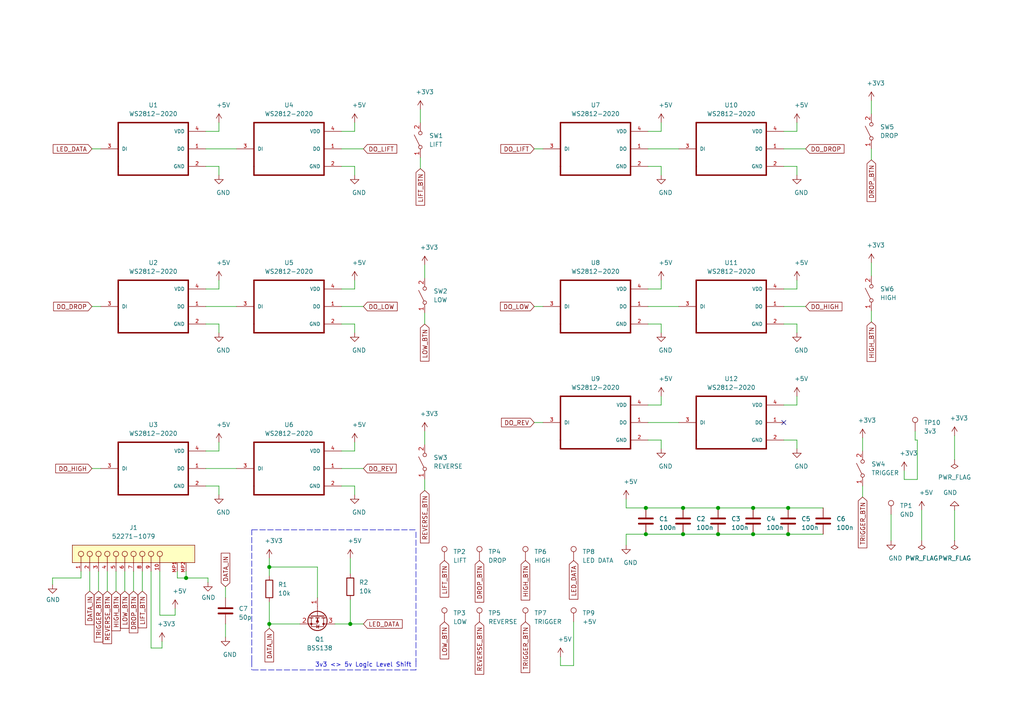
<source format=kicad_sch>
(kicad_sch (version 20210406) (generator eeschema)
  (paper "A4")
  (lib_symbols
    (symbol "Connector:TestPoint" (pin_numbers hide) (pin_names (offset 0.762) hide)
      (property "Reference" "TP" (at 0 6.858 0))
      (property "Value" "TestPoint" (at 0 5.08 0))
      (symbol "TestPoint_0_1"
        (circle (center 0 3.302) (radius 0.762))
      )
      (symbol "TestPoint_1_1"
        (pin passive line (at 0 0 90) (length 2.54) (name "1") (number "1"))
      )
    )
    (symbol "Device:C" (pin_numbers hide) (pin_names (offset 0.254))
      (property "Reference" "C" (at 0.635 2.54 0))
      (property "Value" "C" (at 0.635 -2.54 0))
      (symbol "C_0_1"
        (polyline (pts (xy -2.032 -0.762) (xy 2.032 -0.762)) (stroke (width 0.508)))
        (polyline (pts (xy -2.032 0.762) (xy 2.032 0.762)) (stroke (width 0.508)))
      )
      (symbol "C_1_1"
        (pin passive line (at 0 3.81 270) (length 2.794) (name "~") (number "1"))
        (pin passive line (at 0 -3.81 90) (length 2.794) (name "~") (number "2"))
      )
    )
    (symbol "Device:R" (pin_numbers hide) (pin_names (offset 0))
      (property "Reference" "R" (at 2.032 0 90))
      (property "Value" "R" (at 0 0 90))
      (symbol "R_0_1"
        (rectangle (start -1.016 -2.54) (end 1.016 2.54) (stroke (width 0.254)))
      )
      (symbol "R_1_1"
        (pin passive line (at 0 3.81 270) (length 1.27) (name "~") (number "1"))
        (pin passive line (at 0 -3.81 90) (length 1.27) (name "~") (number "2"))
      )
    )
    (symbol "MOLEX 10 Pin 1mm FFC con:52271-1079" (pin_names (offset 0))
      (property "Reference" "J" (at 0 12.7 0))
      (property "Value" "52271-1079" (at 0 15.24 0))
      (symbol "52271-1079_1_1"
        (circle (center 0 7.62) (radius 0.762))
        (circle (center 2.54 7.62) (radius 0.762))
        (circle (center 5.08 7.62) (radius 0.762))
        (circle (center 7.62 7.62) (radius 0.762))
        (circle (center 10.16 7.62) (radius 0.762))
        (circle (center 12.7 7.62) (radius 0.762))
        (circle (center 15.24 7.62) (radius 0.762))
        (circle (center 17.78 7.62) (radius 0.762))
        (circle (center 20.32 7.62) (radius 0.762))
        (circle (center 22.86 7.62) (radius 0.762))
        (rectangle (start -2.54 10.16) (end 33.02 5.08) (fill (type background)))
        (polyline (pts (xy 0 5.08) (xy 0 6.858)))
        (polyline (pts (xy 2.54 5.08) (xy 2.54 6.858)))
        (polyline (pts (xy 5.08 5.08) (xy 5.08 6.858)))
        (polyline (pts (xy 7.62 5.08) (xy 7.62 6.858)))
        (polyline (pts (xy 10.16 5.08) (xy 10.16 6.858)))
        (polyline (pts (xy 12.7 5.08) (xy 12.7 6.858)))
        (polyline (pts (xy 15.24 5.08) (xy 15.24 6.858)))
        (polyline (pts (xy 17.78 5.08) (xy 17.78 6.858)))
        (polyline (pts (xy 20.32 5.08) (xy 20.32 6.858)))
        (polyline (pts (xy 22.86 5.08) (xy 22.86 6.858)))
        (pin passive line (at 0 2.54 90) (length 2.54) (name "1") (number "1"))
        (pin passive line (at 22.86 2.54 90) (length 2.54) (name "10") (number "10"))
        (pin passive line (at 2.54 2.54 90) (length 2.54) (name "2") (number "2"))
        (pin passive line (at 5.08 2.54 90) (length 2.54) (name "3") (number "3"))
        (pin passive line (at 7.62 2.54 90) (length 2.54) (name "4") (number "4"))
        (pin passive line (at 10.16 2.54 90) (length 2.54) (name "5") (number "5"))
        (pin passive line (at 12.7 2.54 90) (length 2.54) (name "6") (number "6"))
        (pin passive line (at 15.24 2.54 90) (length 2.54) (name "7") (number "7"))
        (pin passive line (at 17.78 2.54 90) (length 2.54) (name "8") (number "8"))
        (pin passive line (at 20.32 2.54 90) (length 2.54) (name "9") (number "9"))
        (pin passive line (at 27.94 2.54 90) (length 2.54) (name "MP1") (number "MP1"))
        (pin passive line (at 30.48 2.54 90) (length 2.54) (name "MP2") (number "MP2"))
      )
    )
    (symbol "Switch:SW_SPST" (pin_names (offset 0) hide)
      (property "Reference" "SW" (at 0 3.175 0))
      (property "Value" "SW_SPST" (at 0 -2.54 0))
      (symbol "SW_SPST_0_0"
        (circle (center -2.032 0) (radius 0.508))
        (circle (center 2.032 0) (radius 0.508))
        (polyline (pts (xy -1.524 0.254) (xy 1.524 1.778)))
      )
      (symbol "SW_SPST_1_1"
        (pin passive line (at -5.08 0 0) (length 2.54) (name "A") (number "1"))
        (pin passive line (at 5.08 0 180) (length 2.54) (name "B") (number "2"))
      )
    )
    (symbol "Transistor_FET:BSS138" (pin_names hide)
      (property "Reference" "Q" (at 5.08 1.905 0))
      (property "Value" "BSS138" (at 5.08 0 0))
      (symbol "BSS138_0_1"
        (circle (center 1.651 0) (radius 2.794) (stroke (width 0.254)))
        (circle (center 2.54 -1.778) (radius 0.254) (fill (type outline)))
        (circle (center 2.54 1.778) (radius 0.254) (fill (type outline)))
        (polyline (pts (xy 0.254 0) (xy -2.54 0)))
        (polyline (pts (xy 0.254 1.905) (xy 0.254 -1.905)) (stroke (width 0.254)))
        (polyline (pts (xy 0.762 -1.27) (xy 0.762 -2.286)) (stroke (width 0.254)))
        (polyline (pts (xy 0.762 0.508) (xy 0.762 -0.508)) (stroke (width 0.254)))
        (polyline (pts (xy 0.762 2.286) (xy 0.762 1.27)) (stroke (width 0.254)))
        (polyline (pts (xy 2.54 2.54) (xy 2.54 1.778)))
        (polyline (pts (xy 2.54 -2.54) (xy 2.54 0) (xy 0.762 0)))
        (polyline (pts (xy 0.762 -1.778) (xy 3.302 -1.778) (xy 3.302 1.778) (xy 0.762 1.778)))
        (polyline (pts (xy 2.794 0.508) (xy 2.921 0.381) (xy 3.683 0.381) (xy 3.81 0.254)))
        (polyline (pts (xy 3.302 0.381) (xy 2.921 -0.254) (xy 3.683 -0.254) (xy 3.302 0.381)))
        (polyline (pts (xy 1.016 0) (xy 2.032 0.381) (xy 2.032 -0.381) (xy 1.016 0)) (fill (type outline)))
      )
      (symbol "BSS138_1_1"
        (pin input line (at -5.08 0 0) (length 2.54) (name "G") (number "1"))
        (pin passive line (at 2.54 -5.08 90) (length 2.54) (name "S") (number "2"))
        (pin passive line (at 2.54 5.08 270) (length 2.54) (name "D") (number "3"))
      )
    )
    (symbol "WS2812-2020:WS2812-2020" (pin_names (offset 1.016))
      (property "Reference" "U" (at -10.1854 7.6454 0))
      (property "Value" "WS2812-2020" (at -10.1854 -10.1854 0))
      (symbol "WS2812-2020_0_0"
        (polyline (pts (xy -10.16 -7.62) (xy -10.16 -5.08)) (stroke (width 0.4064)))
        (polyline (pts (xy -10.16 -5.08) (xy -10.16 7.62)) (stroke (width 0.4064)))
        (polyline (pts (xy -10.16 7.62) (xy 10.16 7.62)) (stroke (width 0.4064)))
        (polyline (pts (xy 10.16 -7.62) (xy -10.16 -7.62)) (stroke (width 0.4064)))
        (polyline (pts (xy 10.16 7.62) (xy 10.16 -7.62)) (stroke (width 0.4064)))
        (pin output line (at 15.24 0 180) (length 5.08) (name "DO") (number "1"))
        (pin power_in line (at 15.24 -5.08 180) (length 5.08) (name "GND") (number "2"))
        (pin input line (at -15.24 0 0) (length 5.08) (name "DI") (number "3"))
        (pin power_in line (at 15.24 5.08 180) (length 5.08) (name "VDD") (number "4"))
      )
    )
    (symbol "power:+3V3" (power) (pin_names (offset 0))
      (property "Value" "+3V3" (at 0 3.556 0))
      (symbol "+3V3_0_1"
        (polyline (pts (xy -0.762 1.27) (xy 0 2.54)))
        (polyline (pts (xy 0 0) (xy 0 2.54)))
        (polyline (pts (xy 0 2.54) (xy 0.762 1.27)))
      )
      (symbol "+3V3_1_1"
        (pin power_in line (at 0 0 90) (length 0) hide (name "+3V3") (number "1"))
      )
    )
    (symbol "power:+5V" (power) (pin_names (offset 0))
      (property "Value" "+5V" (at 0 3.556 0))
      (symbol "+5V_0_1"
        (polyline (pts (xy -0.762 1.27) (xy 0 2.54)))
        (polyline (pts (xy 0 0) (xy 0 2.54)))
        (polyline (pts (xy 0 2.54) (xy 0.762 1.27)))
      )
      (symbol "+5V_1_1"
        (pin power_in line (at 0 0 90) (length 0) hide (name "+5V") (number "1"))
      )
    )
    (symbol "power:GND" (power) (pin_names (offset 0))
      (property "Value" "GND" (at 0 -3.81 0))
      (symbol "GND_0_1"
        (polyline (pts (xy 0 0) (xy 0 -1.27) (xy 1.27 -1.27) (xy 0 -2.54) (xy -1.27 -1.27) (xy 0 -1.27)))
      )
      (symbol "GND_1_1"
        (pin power_in line (at 0 0 270) (length 0) hide (name "GND") (number "1"))
      )
    )
    (symbol "power:PWR_FLAG" (power) (pin_numbers hide) (pin_names (offset 0) hide)
      (property "Value" "PWR_FLAG" (at 0 3.81 0))
      (symbol "PWR_FLAG_0_0"
        (pin power_out line (at 0 0 90) (length 0) (name "pwr") (number "1"))
      )
      (symbol "PWR_FLAG_0_1"
        (polyline (pts (xy 0 0) (xy 0 1.27) (xy -1.016 1.905) (xy 0 2.54) (xy 1.016 1.905) (xy 0 1.27)))
      )
    )
  )
  (junction (at 53.975 167.64) (diameter 1.016))
  (junction (at 78.105 164.465) (diameter 1.016))
  (junction (at 78.105 180.975) (diameter 1.016))
  (junction (at 101.6 180.975) (diameter 1.016))
  (junction (at 187.325 147.32) (diameter 1.016))
  (junction (at 187.325 154.94) (diameter 1.016))
  (junction (at 198.12 147.32) (diameter 1.016))
  (junction (at 198.12 154.94) (diameter 1.016))
  (junction (at 208.28 147.32) (diameter 1.016))
  (junction (at 208.28 154.94) (diameter 1.016))
  (junction (at 218.44 147.32) (diameter 1.016))
  (junction (at 218.44 154.94) (diameter 1.016))
  (junction (at 228.6 147.32) (diameter 1.016))
  (junction (at 228.6 154.94) (diameter 1.016))
  (no_connect (at 227.33 122.555))
  (wire (pts (xy 15.24 167.64) (xy 23.495 167.64)))
  (wire (pts (xy 15.24 169.545) (xy 15.24 167.64)))
  (wire (pts (xy 23.495 167.64) (xy 23.495 165.735)))
  (wire (pts (xy 26.035 165.735) (xy 26.035 171.45)))
  (wire (pts (xy 26.67 43.18) (xy 29.21 43.18)))
  (wire (pts (xy 26.67 88.9) (xy 29.21 88.9)))
  (wire (pts (xy 26.67 135.89) (xy 29.21 135.89)))
  (wire (pts (xy 28.575 165.735) (xy 28.575 171.45)))
  (wire (pts (xy 31.115 165.735) (xy 31.115 171.45)))
  (wire (pts (xy 33.655 165.735) (xy 33.655 171.45)))
  (wire (pts (xy 36.195 165.735) (xy 36.195 171.45)))
  (wire (pts (xy 38.735 165.735) (xy 38.735 171.45)))
  (wire (pts (xy 41.275 165.735) (xy 41.275 171.45)))
  (wire (pts (xy 43.815 187.96) (xy 43.815 165.735)))
  (wire (pts (xy 46.355 165.735) (xy 46.355 178.435)))
  (wire (pts (xy 46.355 178.435) (xy 50.8 178.435)))
  (wire (pts (xy 46.99 186.055) (xy 46.99 187.96)))
  (wire (pts (xy 46.99 187.96) (xy 43.815 187.96)))
  (wire (pts (xy 50.8 178.435) (xy 50.8 176.53)))
  (wire (pts (xy 51.435 165.735) (xy 51.435 167.64)))
  (wire (pts (xy 51.435 167.64) (xy 53.975 167.64)))
  (wire (pts (xy 53.975 167.64) (xy 53.975 165.735)))
  (wire (pts (xy 53.975 167.64) (xy 60.325 167.64)))
  (wire (pts (xy 59.69 38.1) (xy 63.5 38.1)))
  (wire (pts (xy 59.69 43.18) (xy 68.58 43.18)))
  (wire (pts (xy 59.69 48.26) (xy 63.5 48.26)))
  (wire (pts (xy 59.69 83.82) (xy 63.5 83.82)))
  (wire (pts (xy 59.69 88.9) (xy 68.58 88.9)))
  (wire (pts (xy 59.69 93.98) (xy 63.5 93.98)))
  (wire (pts (xy 59.69 130.81) (xy 63.5 130.81)))
  (wire (pts (xy 59.69 135.89) (xy 68.58 135.89)))
  (wire (pts (xy 59.69 140.97) (xy 63.5 140.97)))
  (wire (pts (xy 60.325 167.64) (xy 60.325 168.91)))
  (wire (pts (xy 63.5 35.56) (xy 63.5 38.1)))
  (wire (pts (xy 63.5 48.26) (xy 63.5 50.8)))
  (wire (pts (xy 63.5 81.28) (xy 63.5 83.82)))
  (wire (pts (xy 63.5 93.98) (xy 63.5 96.52)))
  (wire (pts (xy 63.5 128.27) (xy 63.5 130.81)))
  (wire (pts (xy 63.5 140.97) (xy 63.5 143.51)))
  (wire (pts (xy 65.405 170.18) (xy 65.405 173.355)))
  (wire (pts (xy 65.405 180.975) (xy 65.405 184.785)))
  (wire (pts (xy 78.105 161.925) (xy 78.105 164.465)))
  (wire (pts (xy 78.105 164.465) (xy 78.105 167.005)))
  (wire (pts (xy 78.105 174.625) (xy 78.105 180.975)))
  (wire (pts (xy 78.105 180.975) (xy 78.105 182.245)))
  (wire (pts (xy 86.995 180.975) (xy 78.105 180.975)))
  (wire (pts (xy 92.075 164.465) (xy 78.105 164.465)))
  (wire (pts (xy 92.075 173.355) (xy 92.075 164.465)))
  (wire (pts (xy 97.155 180.975) (xy 101.6 180.975)))
  (wire (pts (xy 99.06 38.1) (xy 102.87 38.1)))
  (wire (pts (xy 99.06 43.18) (xy 105.41 43.18)))
  (wire (pts (xy 99.06 48.26) (xy 102.87 48.26)))
  (wire (pts (xy 99.06 83.82) (xy 102.87 83.82)))
  (wire (pts (xy 99.06 88.9) (xy 105.41 88.9)))
  (wire (pts (xy 99.06 93.98) (xy 102.87 93.98)))
  (wire (pts (xy 99.06 130.81) (xy 102.87 130.81)))
  (wire (pts (xy 99.06 135.89) (xy 105.41 135.89)))
  (wire (pts (xy 99.06 140.97) (xy 102.87 140.97)))
  (wire (pts (xy 101.6 161.925) (xy 101.6 166.37)))
  (wire (pts (xy 101.6 173.99) (xy 101.6 180.975)))
  (wire (pts (xy 101.6 180.975) (xy 105.41 180.975)))
  (wire (pts (xy 102.87 35.56) (xy 102.87 38.1)))
  (wire (pts (xy 102.87 48.26) (xy 102.87 50.8)))
  (wire (pts (xy 102.87 81.28) (xy 102.87 83.82)))
  (wire (pts (xy 102.87 93.98) (xy 102.87 96.52)))
  (wire (pts (xy 102.87 128.27) (xy 102.87 130.81)))
  (wire (pts (xy 102.87 140.97) (xy 102.87 143.51)))
  (wire (pts (xy 121.92 31.75) (xy 121.92 35.56)))
  (wire (pts (xy 121.92 45.72) (xy 121.92 48.895)))
  (wire (pts (xy 123.19 76.835) (xy 123.19 80.645)))
  (wire (pts (xy 123.19 90.805) (xy 123.19 93.98)))
  (wire (pts (xy 123.19 125.095) (xy 123.19 128.905)))
  (wire (pts (xy 123.19 139.065) (xy 123.19 142.24)))
  (wire (pts (xy 154.94 43.18) (xy 157.48 43.18)))
  (wire (pts (xy 154.94 88.9) (xy 157.48 88.9)))
  (wire (pts (xy 154.94 122.555) (xy 157.48 122.555)))
  (wire (pts (xy 162.56 190.5) (xy 162.56 193.04)))
  (wire (pts (xy 162.56 193.04) (xy 166.37 193.04)))
  (wire (pts (xy 166.37 193.04) (xy 166.37 180.34)))
  (wire (pts (xy 181.61 144.78) (xy 181.61 147.32)))
  (wire (pts (xy 181.61 147.32) (xy 187.325 147.32)))
  (wire (pts (xy 181.61 154.94) (xy 187.325 154.94)))
  (wire (pts (xy 181.61 158.115) (xy 181.61 154.94)))
  (wire (pts (xy 187.325 147.32) (xy 198.12 147.32)))
  (wire (pts (xy 187.325 154.94) (xy 198.12 154.94)))
  (wire (pts (xy 187.96 38.1) (xy 191.77 38.1)))
  (wire (pts (xy 187.96 43.18) (xy 196.85 43.18)))
  (wire (pts (xy 187.96 48.26) (xy 191.77 48.26)))
  (wire (pts (xy 187.96 83.82) (xy 191.77 83.82)))
  (wire (pts (xy 187.96 88.9) (xy 196.85 88.9)))
  (wire (pts (xy 187.96 93.98) (xy 191.77 93.98)))
  (wire (pts (xy 187.96 117.475) (xy 191.77 117.475)))
  (wire (pts (xy 187.96 122.555) (xy 196.85 122.555)))
  (wire (pts (xy 187.96 127.635) (xy 191.77 127.635)))
  (wire (pts (xy 191.77 35.56) (xy 191.77 38.1)))
  (wire (pts (xy 191.77 48.26) (xy 191.77 50.8)))
  (wire (pts (xy 191.77 81.28) (xy 191.77 83.82)))
  (wire (pts (xy 191.77 93.98) (xy 191.77 96.52)))
  (wire (pts (xy 191.77 114.935) (xy 191.77 117.475)))
  (wire (pts (xy 191.77 127.635) (xy 191.77 130.175)))
  (wire (pts (xy 198.12 147.32) (xy 208.28 147.32)))
  (wire (pts (xy 198.12 154.94) (xy 208.28 154.94)))
  (wire (pts (xy 208.28 147.32) (xy 218.44 147.32)))
  (wire (pts (xy 208.28 154.94) (xy 218.44 154.94)))
  (wire (pts (xy 218.44 147.32) (xy 228.6 147.32)))
  (wire (pts (xy 218.44 154.94) (xy 228.6 154.94)))
  (wire (pts (xy 227.33 38.1) (xy 231.14 38.1)))
  (wire (pts (xy 227.33 43.18) (xy 233.68 43.18)))
  (wire (pts (xy 227.33 48.26) (xy 231.14 48.26)))
  (wire (pts (xy 227.33 83.82) (xy 231.14 83.82)))
  (wire (pts (xy 227.33 88.9) (xy 233.68 88.9)))
  (wire (pts (xy 227.33 93.98) (xy 231.14 93.98)))
  (wire (pts (xy 227.33 117.475) (xy 231.14 117.475)))
  (wire (pts (xy 227.33 127.635) (xy 231.14 127.635)))
  (wire (pts (xy 228.6 147.32) (xy 238.76 147.32)))
  (wire (pts (xy 228.6 154.94) (xy 238.76 154.94)))
  (wire (pts (xy 231.14 35.56) (xy 231.14 38.1)))
  (wire (pts (xy 231.14 48.26) (xy 231.14 50.8)))
  (wire (pts (xy 231.14 81.28) (xy 231.14 83.82)))
  (wire (pts (xy 231.14 93.98) (xy 231.14 96.52)))
  (wire (pts (xy 231.14 114.935) (xy 231.14 117.475)))
  (wire (pts (xy 231.14 127.635) (xy 231.14 130.175)))
  (wire (pts (xy 250.19 127) (xy 250.19 130.81)))
  (wire (pts (xy 250.19 140.97) (xy 250.19 144.145)))
  (wire (pts (xy 252.73 29.21) (xy 252.73 33.02)))
  (wire (pts (xy 252.73 43.18) (xy 252.73 46.355)))
  (wire (pts (xy 252.73 76.2) (xy 252.73 80.01)))
  (wire (pts (xy 252.73 90.17) (xy 252.73 93.345)))
  (wire (pts (xy 258.445 149.225) (xy 258.445 156.845)))
  (wire (pts (xy 262.255 136.525) (xy 262.255 139.065)))
  (wire (pts (xy 262.255 139.065) (xy 266.065 139.065)))
  (wire (pts (xy 265.43 127.635) (xy 265.43 125.095)))
  (wire (pts (xy 266.065 127.635) (xy 265.43 127.635)))
  (wire (pts (xy 266.065 139.065) (xy 266.065 127.635)))
  (wire (pts (xy 267.335 147.955) (xy 267.335 156.845)))
  (wire (pts (xy 276.86 126.365) (xy 276.86 133.35)))
  (wire (pts (xy 276.86 147.955) (xy 276.86 156.845)))
  (polyline (pts (xy 73.025 153.67) (xy 120.65 153.67)) (stroke (width 0) (type dash)))
  (polyline (pts (xy 73.025 191.77) (xy 73.025 153.67)) (stroke (width 0) (type dash)))
  (polyline (pts (xy 73.025 191.77) (xy 73.025 194.31)) (stroke (width 0) (type dash)))
  (polyline (pts (xy 120.65 154.305) (xy 120.65 191.77)) (stroke (width 0) (type dash)))
  (polyline (pts (xy 120.65 191.77) (xy 120.65 194.31)) (stroke (width 0) (type dash)))
  (polyline (pts (xy 120.65 194.31) (xy 73.025 194.31)) (stroke (width 0) (type dash)))
  (text "3v3 <> 5v Logic Level Shift" (at 119.38 193.675 180) (effects (font (size 1.27 1.27)) (justify right bottom)))
  (global_label "DATA_IN" (shape input) (at 26.035 171.45 270) (property "Intersheet References" "${INTERSHEET_REFS}" (effects hide)))
  (global_label "LED_DATA" (shape input) (at 26.67 43.18 180) (property "Intersheet References" "${INTERSHEET_REFS}" (effects hide)))
  (global_label "DO_DROP" (shape input) (at 26.67 88.9 180) (property "Intersheet References" "${INTERSHEET_REFS}" (effects hide)))
  (global_label "DO_HIGH" (shape input) (at 26.67 135.89 180) (property "Intersheet References" "${INTERSHEET_REFS}" (effects hide)))
  (global_label "TRIGGER_BTN" (shape input) (at 28.575 171.45 270) (property "Intersheet References" "${INTERSHEET_REFS}" (effects hide)))
  (global_label "REVERSE_BTN" (shape input) (at 31.115 171.45 270) (property "Intersheet References" "${INTERSHEET_REFS}" (effects hide)))
  (global_label "HIGH_BTN" (shape input) (at 33.655 171.45 270) (property "Intersheet References" "${INTERSHEET_REFS}" (effects hide)))
  (global_label "LOW_BTN" (shape input) (at 36.195 171.45 270) (property "Intersheet References" "${INTERSHEET_REFS}" (effects hide)))
  (global_label "DROP_BTN" (shape input) (at 38.735 171.45 270) (property "Intersheet References" "${INTERSHEET_REFS}" (effects hide)))
  (global_label "LIFT_BTN" (shape input) (at 41.275 171.45 270) (property "Intersheet References" "${INTERSHEET_REFS}" (effects hide)))
  (global_label "DATA_IN" (shape input) (at 65.405 170.18 90) (property "Intersheet References" "${INTERSHEET_REFS}" (effects hide)))
  (global_label "DATA_IN" (shape input) (at 78.105 182.245 270) (property "Intersheet References" "${INTERSHEET_REFS}" (effects hide)))
  (global_label "DO_LIFT" (shape input) (at 105.41 43.18 0) (property "Intersheet References" "${INTERSHEET_REFS}" (effects hide)))
  (global_label "DO_LOW" (shape input) (at 105.41 88.9 0) (property "Intersheet References" "${INTERSHEET_REFS}" (effects hide)))
  (global_label "DO_REV" (shape input) (at 105.41 135.89 0) (property "Intersheet References" "${INTERSHEET_REFS}" (effects hide)))
  (global_label "LED_DATA" (shape input) (at 105.41 180.975 0) (property "Intersheet References" "${INTERSHEET_REFS}" (effects hide)))
  (global_label "LIFT_BTN" (shape input) (at 121.92 48.895 270) (property "Intersheet References" "${INTERSHEET_REFS}" (effects hide)))
  (global_label "LOW_BTN" (shape input) (at 123.19 93.98 270) (property "Intersheet References" "${INTERSHEET_REFS}" (effects hide)))
  (global_label "REVERSE_BTN" (shape input) (at 123.19 142.24 270) (property "Intersheet References" "${INTERSHEET_REFS}" (effects hide)))
  (global_label "LIFT_BTN" (shape input) (at 128.905 162.56 270) (property "Intersheet References" "${INTERSHEET_REFS}" (effects hide)))
  (global_label "LOW_BTN" (shape input) (at 128.905 180.34 270) (property "Intersheet References" "${INTERSHEET_REFS}" (effects hide)))
  (global_label "DROP_BTN" (shape input) (at 139.065 162.56 270) (property "Intersheet References" "${INTERSHEET_REFS}" (effects hide)))
  (global_label "REVERSE_BTN" (shape input) (at 139.065 180.34 270) (property "Intersheet References" "${INTERSHEET_REFS}" (effects hide)))
  (global_label "HIGH_BTN" (shape input) (at 152.4 162.56 270) (property "Intersheet References" "${INTERSHEET_REFS}" (effects hide)))
  (global_label "TRIGGER_BTN" (shape input) (at 152.4 180.34 270) (property "Intersheet References" "${INTERSHEET_REFS}" (effects hide)))
  (global_label "DO_LIFT" (shape input) (at 154.94 43.18 180) (property "Intersheet References" "${INTERSHEET_REFS}" (effects hide)))
  (global_label "DO_LOW" (shape input) (at 154.94 88.9 180) (property "Intersheet References" "${INTERSHEET_REFS}" (effects hide)))
  (global_label "DO_REV" (shape input) (at 154.94 122.555 180) (property "Intersheet References" "${INTERSHEET_REFS}" (effects hide)))
  (global_label "LED_DATA" (shape input) (at 166.37 162.56 270) (property "Intersheet References" "${INTERSHEET_REFS}" (effects hide)))
  (global_label "DO_DROP" (shape input) (at 233.68 43.18 0) (property "Intersheet References" "${INTERSHEET_REFS}" (effects hide)))
  (global_label "DO_HIGH" (shape input) (at 233.68 88.9 0) (property "Intersheet References" "${INTERSHEET_REFS}" (effects hide)))
  (global_label "TRIGGER_BTN" (shape input) (at 250.19 144.145 270) (property "Intersheet References" "${INTERSHEET_REFS}" (effects hide)))
  (global_label "DROP_BTN" (shape input) (at 252.73 46.355 270) (property "Intersheet References" "${INTERSHEET_REFS}" (effects hide)))
  (global_label "HIGH_BTN" (shape input) (at 252.73 93.345 270) (property "Intersheet References" "${INTERSHEET_REFS}" (effects hide)))
  (symbol (lib_id "power:+3V3") (at 46.99 186.055 0) (unit 1)
    (property "Reference" "#PWR02" (effects hide))
    (property "Value" "+3V3" (at 48.26 180.975 0))
  )
  (symbol (lib_id "power:+5V") (at 50.8 176.53 0) (unit 1)
    (property "Reference" "#PWR015" (effects hide))
    (property "Value" "+5V" (at 52.07 171.45 0))
  )
  (symbol (lib_id "power:+5V") (at 63.5 35.56 0) (unit 1)
    (property "Reference" "#PWR03" (effects hide))
    (property "Value" "+5V" (at 64.77 30.48 0))
  )
  (symbol (lib_id "power:+5V") (at 63.5 81.28 0) (unit 1)
    (property "Reference" "#PWR05" (effects hide))
    (property "Value" "+5V" (at 64.77 76.2 0))
  )
  (symbol (lib_id "power:+5V") (at 63.5 128.27 0) (unit 1)
    (property "Reference" "#PWR07" (effects hide))
    (property "Value" "+5V" (at 64.77 123.19 0))
  )
  (symbol (lib_id "power:+3V3") (at 78.105 161.925 0) (unit 1)
    (property "Reference" "#PWR016" (effects hide))
    (property "Value" "+3V3" (at 79.375 156.845 0))
  )
  (symbol (lib_id "power:+5V") (at 101.6 161.925 0) (unit 1)
    (property "Reference" "#PWR017" (effects hide))
    (property "Value" "+5V" (at 102.87 156.845 0))
  )
  (symbol (lib_id "power:+5V") (at 102.87 35.56 0) (unit 1)
    (property "Reference" "#PWR09" (effects hide))
    (property "Value" "+5V" (at 104.14 30.48 0))
  )
  (symbol (lib_id "power:+5V") (at 102.87 81.28 0) (unit 1)
    (property "Reference" "#PWR011" (effects hide))
    (property "Value" "+5V" (at 104.14 76.2 0))
  )
  (symbol (lib_id "power:+5V") (at 102.87 128.27 0) (unit 1)
    (property "Reference" "#PWR013" (effects hide))
    (property "Value" "+5V" (at 104.14 123.19 0))
  )
  (symbol (lib_id "power:+3V3") (at 121.92 31.75 0) (unit 1)
    (property "Reference" "#PWR030" (effects hide))
    (property "Value" "+3V3" (at 123.19 26.67 0))
  )
  (symbol (lib_id "power:+3V3") (at 123.19 76.835 0) (unit 1)
    (property "Reference" "#PWR031" (effects hide))
    (property "Value" "+3V3" (at 124.46 71.755 0))
  )
  (symbol (lib_id "power:+3V3") (at 123.19 125.095 0) (unit 1)
    (property "Reference" "#PWR032" (effects hide))
    (property "Value" "+3V3" (at 124.46 120.015 0))
  )
  (symbol (lib_id "power:+5V") (at 162.56 190.5 0) (unit 1)
    (property "Reference" "#PWR034" (effects hide))
    (property "Value" "+5V" (at 163.83 185.42 0))
  )
  (symbol (lib_id "power:+5V") (at 181.61 144.78 0) (unit 1)
    (property "Reference" "#PWR0106" (effects hide))
    (property "Value" "+5V" (at 182.88 139.7 0))
  )
  (symbol (lib_id "power:+5V") (at 191.77 35.56 0) (unit 1)
    (property "Reference" "#PWR018" (effects hide))
    (property "Value" "+5V" (at 193.04 30.48 0))
  )
  (symbol (lib_id "power:+5V") (at 191.77 81.28 0) (unit 1)
    (property "Reference" "#PWR020" (effects hide))
    (property "Value" "+5V" (at 193.04 76.2 0))
  )
  (symbol (lib_id "power:+5V") (at 191.77 114.935 0) (unit 1)
    (property "Reference" "#PWR022" (effects hide))
    (property "Value" "+5V" (at 193.04 109.855 0))
  )
  (symbol (lib_id "power:+5V") (at 231.14 35.56 0) (unit 1)
    (property "Reference" "#PWR024" (effects hide))
    (property "Value" "+5V" (at 232.41 30.48 0))
  )
  (symbol (lib_id "power:+5V") (at 231.14 81.28 0) (unit 1)
    (property "Reference" "#PWR026" (effects hide))
    (property "Value" "+5V" (at 232.41 76.2 0))
  )
  (symbol (lib_id "power:+5V") (at 231.14 114.935 0) (unit 1)
    (property "Reference" "#PWR028" (effects hide))
    (property "Value" "+5V" (at 232.41 109.855 0))
  )
  (symbol (lib_id "power:+3V3") (at 250.19 127 0) (unit 1)
    (property "Reference" "#PWR035" (effects hide))
    (property "Value" "+3V3" (at 251.46 121.92 0))
  )
  (symbol (lib_id "power:+3V3") (at 252.73 29.21 0) (unit 1)
    (property "Reference" "#PWR036" (effects hide))
    (property "Value" "+3V3" (at 254 24.13 0))
  )
  (symbol (lib_id "power:+3V3") (at 252.73 76.2 0) (unit 1)
    (property "Reference" "#PWR037" (effects hide))
    (property "Value" "+3V3" (at 254 71.12 0))
  )
  (symbol (lib_id "power:+3V3") (at 262.255 136.525 0) (unit 1)
    (property "Reference" "#PWR0104" (effects hide))
    (property "Value" "+3V3" (at 263.525 131.445 0))
  )
  (symbol (lib_id "power:+5V") (at 267.335 147.955 0) (unit 1)
    (property "Reference" "#PWR0101" (effects hide))
    (property "Value" "+5V" (at 268.605 142.875 0))
  )
  (symbol (lib_id "power:+3V3") (at 276.86 126.365 0) (unit 1)
    (property "Reference" "#PWR0103" (effects hide))
    (property "Value" "+3V3" (at 278.13 121.285 0))
  )
  (symbol (lib_id "power:PWR_FLAG") (at 267.335 156.845 180) (unit 1)
    (property "Reference" "#FLG0101" (effects hide))
    (property "Value" "PWR_FLAG" (at 267.335 161.925 0))
  )
  (symbol (lib_id "power:PWR_FLAG") (at 276.86 133.35 180) (unit 1)
    (property "Reference" "#FLG0103" (effects hide))
    (property "Value" "PWR_FLAG" (at 276.86 138.43 0))
  )
  (symbol (lib_id "power:PWR_FLAG") (at 276.86 156.845 180) (unit 1)
    (property "Reference" "#FLG0102" (effects hide))
    (property "Value" "PWR_FLAG" (at 276.86 161.925 0))
  )
  (symbol (lib_id "Connector:TestPoint") (at 128.905 162.56 0) (unit 1)
    (property "Reference" "TP2" (at 131.445 160.02 0) (effects (justify left)))
    (property "Value" "LIFT" (at 131.445 162.56 0) (effects (justify left)))
    (property "Footprint" "TestPoint:TestPoint_Pad_D1.5mm" (effects hide))
  )
  (symbol (lib_id "Connector:TestPoint") (at 128.905 180.34 0) (unit 1)
    (property "Reference" "TP3" (at 131.445 177.8 0) (effects (justify left)))
    (property "Value" "LOW" (at 131.445 180.34 0) (effects (justify left)))
    (property "Footprint" "TestPoint:TestPoint_Pad_D1.5mm" (effects hide))
  )
  (symbol (lib_id "Connector:TestPoint") (at 139.065 162.56 0) (unit 1)
    (property "Reference" "TP4" (at 141.605 160.02 0) (effects (justify left)))
    (property "Value" "DROP" (at 141.605 162.56 0) (effects (justify left)))
    (property "Footprint" "TestPoint:TestPoint_Pad_D1.5mm" (effects hide))
  )
  (symbol (lib_id "Connector:TestPoint") (at 139.065 180.34 0) (unit 1)
    (property "Reference" "TP5" (at 141.605 177.8 0) (effects (justify left)))
    (property "Value" "REVERSE" (at 141.605 180.34 0) (effects (justify left)))
    (property "Footprint" "TestPoint:TestPoint_Pad_D1.5mm" (effects hide))
  )
  (symbol (lib_id "Connector:TestPoint") (at 152.4 162.56 0) (unit 1)
    (property "Reference" "TP6" (at 154.94 160.02 0) (effects (justify left)))
    (property "Value" "HIGH" (at 154.94 162.56 0) (effects (justify left)))
    (property "Footprint" "TestPoint:TestPoint_Pad_D1.5mm" (effects hide))
  )
  (symbol (lib_id "Connector:TestPoint") (at 152.4 180.34 0) (unit 1)
    (property "Reference" "TP7" (at 154.94 177.8 0) (effects (justify left)))
    (property "Value" "TRIGGER" (at 154.94 180.34 0) (effects (justify left)))
    (property "Footprint" "TestPoint:TestPoint_Pad_D1.5mm" (effects hide))
  )
  (symbol (lib_id "Connector:TestPoint") (at 166.37 162.56 0) (unit 1)
    (property "Reference" "TP8" (at 168.91 160.02 0) (effects (justify left)))
    (property "Value" "LED DATA" (at 168.91 162.56 0) (effects (justify left)))
    (property "Footprint" "TestPoint:TestPoint_Pad_D1.5mm" (effects hide))
  )
  (symbol (lib_id "Connector:TestPoint") (at 166.37 180.34 0) (unit 1)
    (property "Reference" "TP9" (at 168.91 177.8 0) (effects (justify left)))
    (property "Value" "+5V" (at 168.91 180.34 0) (effects (justify left)))
    (property "Footprint" "TestPoint:TestPoint_Pad_D1.5mm" (effects hide))
  )
  (symbol (lib_id "Connector:TestPoint") (at 258.445 149.225 0) (unit 1)
    (property "Reference" "TP1" (at 260.985 146.685 0) (effects (justify left)))
    (property "Value" "GND" (at 260.985 149.225 0) (effects (justify left)))
    (property "Footprint" "TestPoint:TestPoint_Pad_D1.5mm" (effects hide))
  )
  (symbol (lib_id "Connector:TestPoint") (at 265.43 125.095 0) (unit 1)
    (property "Reference" "TP10" (at 267.97 122.555 0) (effects (justify left)))
    (property "Value" "3v3" (at 267.97 125.095 0) (effects (justify left)))
    (property "Footprint" "TestPoint:TestPoint_Pad_D1.5mm" (effects hide))
  )
  (symbol (lib_id "power:GND") (at 15.24 169.545 0) (unit 1)
    (property "Reference" "#PWR01" (effects hide))
    (property "Value" "GND" (at 15.367 173.9392 0))
  )
  (symbol (lib_id "power:GND") (at 60.325 168.91 0) (unit 1)
    (property "Reference" "#PWR038" (effects hide))
    (property "Value" "GND" (at 60.452 173.3042 0))
  )
  (symbol (lib_id "power:GND") (at 63.5 50.8 0) (unit 1)
    (property "Reference" "#PWR04" (effects hide))
    (property "Value" "GND" (at 64.77 55.88 0))
  )
  (symbol (lib_id "power:GND") (at 63.5 96.52 0) (unit 1)
    (property "Reference" "#PWR06" (effects hide))
    (property "Value" "GND" (at 64.77 101.6 0))
  )
  (symbol (lib_id "power:GND") (at 63.5 143.51 0) (unit 1)
    (property "Reference" "#PWR08" (effects hide))
    (property "Value" "GND" (at 64.77 148.59 0))
  )
  (symbol (lib_id "power:GND") (at 65.405 184.785 0) (unit 1)
    (property "Reference" "#PWR039" (effects hide))
    (property "Value" "GND" (at 66.675 189.865 0))
  )
  (symbol (lib_id "power:GND") (at 102.87 50.8 0) (unit 1)
    (property "Reference" "#PWR010" (effects hide))
    (property "Value" "GND" (at 104.14 55.88 0))
  )
  (symbol (lib_id "power:GND") (at 102.87 96.52 0) (unit 1)
    (property "Reference" "#PWR012" (effects hide))
    (property "Value" "GND" (at 104.14 101.6 0))
  )
  (symbol (lib_id "power:GND") (at 102.87 143.51 0) (unit 1)
    (property "Reference" "#PWR014" (effects hide))
    (property "Value" "GND" (at 104.14 148.59 0))
  )
  (symbol (lib_id "power:GND") (at 181.61 158.115 0) (unit 1)
    (property "Reference" "#PWR0105" (effects hide))
    (property "Value" "GND" (at 182.88 163.195 0))
  )
  (symbol (lib_id "power:GND") (at 191.77 50.8 0) (unit 1)
    (property "Reference" "#PWR019" (effects hide))
    (property "Value" "GND" (at 193.04 55.88 0))
  )
  (symbol (lib_id "power:GND") (at 191.77 96.52 0) (unit 1)
    (property "Reference" "#PWR021" (effects hide))
    (property "Value" "GND" (at 193.04 101.6 0))
  )
  (symbol (lib_id "power:GND") (at 191.77 130.175 0) (unit 1)
    (property "Reference" "#PWR023" (effects hide))
    (property "Value" "GND" (at 193.04 135.255 0))
  )
  (symbol (lib_id "power:GND") (at 231.14 50.8 0) (unit 1)
    (property "Reference" "#PWR025" (effects hide))
    (property "Value" "GND" (at 232.41 55.88 0))
  )
  (symbol (lib_id "power:GND") (at 231.14 96.52 0) (unit 1)
    (property "Reference" "#PWR027" (effects hide))
    (property "Value" "GND" (at 232.41 101.6 0))
  )
  (symbol (lib_id "power:GND") (at 231.14 130.175 0) (unit 1)
    (property "Reference" "#PWR029" (effects hide))
    (property "Value" "GND" (at 232.41 135.255 0))
  )
  (symbol (lib_id "power:GND") (at 258.445 156.845 0) (unit 1)
    (property "Reference" "#PWR033" (effects hide))
    (property "Value" "GND" (at 259.715 161.925 0))
  )
  (symbol (lib_id "power:GND") (at 276.86 147.955 180) (unit 1)
    (property "Reference" "#PWR0102" (effects hide))
    (property "Value" "GND" (at 275.59 142.875 0))
  )
  (symbol (lib_id "Device:R") (at 78.105 170.815 180) (unit 1)
    (property "Reference" "R1" (at 80.645 169.545 0) (effects (justify right)))
    (property "Value" "10k" (at 80.645 172.085 0) (effects (justify right)))
    (property "Footprint" "Resistor_SMD:R_0603_1608Metric" (effects hide))
  )
  (symbol (lib_id "Device:R") (at 101.6 170.18 180) (unit 1)
    (property "Reference" "R2" (at 104.14 168.91 0) (effects (justify right)))
    (property "Value" "10k" (at 104.14 171.45 0) (effects (justify right)))
    (property "Footprint" "Resistor_SMD:R_0603_1608Metric" (effects hide))
  )
  (symbol (lib_id "Switch:SW_SPST") (at 121.92 40.64 90) (unit 1)
    (property "Reference" "SW1" (at 124.46 39.37 90) (effects (justify right)))
    (property "Value" "LIFT" (at 124.46 41.91 90) (effects (justify right)))
    (property "Footprint" "Button_Switch_SMD:SW_SPST_B3U-1000P" (effects hide))
  )
  (symbol (lib_id "Switch:SW_SPST") (at 123.19 85.725 90) (unit 1)
    (property "Reference" "SW2" (at 125.73 84.455 90) (effects (justify right)))
    (property "Value" "LOW" (at 125.73 86.995 90) (effects (justify right)))
    (property "Footprint" "Button_Switch_SMD:SW_SPST_B3U-1000P" (effects hide))
  )
  (symbol (lib_id "Switch:SW_SPST") (at 123.19 133.985 90) (unit 1)
    (property "Reference" "SW3" (at 125.73 132.715 90) (effects (justify right)))
    (property "Value" "REVERSE" (at 125.73 135.255 90) (effects (justify right)))
    (property "Footprint" "Button_Switch_SMD:SW_SPST_B3U-1000P" (effects hide))
  )
  (symbol (lib_id "Switch:SW_SPST") (at 250.19 135.89 90) (unit 1)
    (property "Reference" "SW4" (at 252.73 134.62 90) (effects (justify right)))
    (property "Value" "TRIGGER" (at 252.73 137.16 90) (effects (justify right)))
    (property "Footprint" "Button_Switch_SMD:SW_SPST_B3U-1000P" (effects hide))
  )
  (symbol (lib_id "Switch:SW_SPST") (at 252.73 38.1 90) (unit 1)
    (property "Reference" "SW5" (at 255.27 36.83 90) (effects (justify right)))
    (property "Value" "DROP" (at 255.27 39.37 90) (effects (justify right)))
    (property "Footprint" "Button_Switch_SMD:SW_SPST_B3U-1000P" (effects hide))
  )
  (symbol (lib_id "Switch:SW_SPST") (at 252.73 85.09 90) (unit 1)
    (property "Reference" "SW6" (at 255.27 83.82 90) (effects (justify right)))
    (property "Value" "HIGH" (at 255.27 86.36 90) (effects (justify right)))
    (property "Footprint" "Button_Switch_SMD:SW_SPST_B3U-1000P" (effects hide))
  )
  (symbol (lib_id "Device:C") (at 65.405 177.165 0) (unit 1)
    (property "Reference" "C7" (at 69.215 176.5299 0) (effects (justify left)))
    (property "Value" "50p" (at 69.215 179.0699 0) (effects (justify left)))
    (property "Footprint" "Capacitor_SMD:C_0603_1608Metric" (effects hide))
  )
  (symbol (lib_id "Device:C") (at 187.325 151.13 0) (unit 1)
    (property "Reference" "C1" (at 191.135 150.4949 0) (effects (justify left)))
    (property "Value" "100n" (at 191.135 153.0349 0) (effects (justify left)))
    (property "Footprint" "Capacitor_SMD:C_0603_1608Metric" (effects hide))
  )
  (symbol (lib_id "Device:C") (at 198.12 151.13 0) (unit 1)
    (property "Reference" "C2" (at 201.93 150.4949 0) (effects (justify left)))
    (property "Value" "100n" (at 201.93 153.0349 0) (effects (justify left)))
    (property "Footprint" "Capacitor_SMD:C_0603_1608Metric" (effects hide))
  )
  (symbol (lib_id "Device:C") (at 208.28 151.13 0) (unit 1)
    (property "Reference" "C3" (at 212.09 150.4949 0) (effects (justify left)))
    (property "Value" "100n" (at 212.09 153.0349 0) (effects (justify left)))
    (property "Footprint" "Capacitor_SMD:C_0603_1608Metric" (effects hide))
  )
  (symbol (lib_id "Device:C") (at 218.44 151.13 0) (unit 1)
    (property "Reference" "C4" (at 222.25 150.4949 0) (effects (justify left)))
    (property "Value" "100n" (at 222.25 153.0349 0) (effects (justify left)))
    (property "Footprint" "Capacitor_SMD:C_0603_1608Metric" (effects hide))
  )
  (symbol (lib_id "Device:C") (at 228.6 151.13 0) (unit 1)
    (property "Reference" "C5" (at 232.41 150.4949 0) (effects (justify left)))
    (property "Value" "100n" (at 232.41 153.0349 0) (effects (justify left)))
    (property "Footprint" "Capacitor_SMD:C_0603_1608Metric" (effects hide))
  )
  (symbol (lib_id "Device:C") (at 238.76 151.13 0) (unit 1)
    (property "Reference" "C6" (at 242.57 150.4949 0) (effects (justify left)))
    (property "Value" "100n" (at 242.57 153.0349 0) (effects (justify left)))
    (property "Footprint" "Capacitor_SMD:C_0603_1608Metric" (effects hide))
  )
  (symbol (lib_id "Transistor_FET:BSS138") (at 92.075 178.435 270) (unit 1)
    (property "Reference" "Q1" (at 92.71 185.42 90))
    (property "Value" "BSS138" (at 92.71 187.96 90))
    (property "Footprint" "Package_TO_SOT_SMD:SOT-23" (effects hide))
    (property "Datasheet" "https://www.onsemi.com/pub/Collateral/BSS138-D.PDF" (effects hide))
  )
  (symbol (lib_id "MOLEX 10 Pin 1mm FFC con:52271-1079") (at 23.495 168.275 0) (unit 1)
    (property "Reference" "J1" (at 38.735 153.035 0))
    (property "Value" "52271-1079" (at 38.735 155.575 0))
    (property "Footprint" "Molex-52271-1079-*:Molex-52271-1079-Manufacturer_Recommended" (effects hide))
    (property "Datasheet" "http://www.molex.com/webdocs/datasheets/pdf/en-us/0522711079_FFC_FPC_CONNECTORS.pdf" (effects hide))
    (property "Circuits Loaded" "10" (effects hide))
    (property "Component Link 1 Description" "Manufacturer URL" (effects hide))
    (property "Component Link 1 URL" "http://www.molex.com/molex/index.jsp" (effects hide))
    (property "Component Link 3 Description" "Package Specification" (effects hide))
    (property "Component Link 3 URL" "http://www.molex.com/pdm_docs/sd/522711079_sd.pdf" (effects hide))
    (property "Contact Position" "Bottom" (effects hide))
    (property "Current Max per Contact" "0.5A" (effects hide))
    (property "Durability mating cycles max" "30" (effects hide))
    (property "Entry Angle" "90degrees Angle" (effects hide))
    (property "Mated Height" "3.00mm" (effects hide))
    (property "Material   Metal" "Phosphor Bronze" (effects hide))
    (property "Material   Plating Mating" "Tin-Bismuth" (effects hide))
    (property "Material   Plating Termination" "Tin-Bismuth" (effects hide))
    (property "Mounting Technology" "Surface Mount" (effects hide))
    (property "Number of Rows" "1" (effects hide))
    (property "Orientation" "Right Angle" (effects hide))
    (property "PCB Locator" "No" (effects hide))
    (property "PCB Retention" "Yes" (effects hide))
    (property "Package Description" "10-Lead FPC Connector, Pitch 1.0 mm" (effects hide))
    (property "Package Version" "Rev. B, 04/2004" (effects hide))
    (property "Packing" "Tape and Reel" (effects hide))
    (property "Pitch   Mating Interface" "1.00mm" (effects hide))
    (property "Pitch   Termination Interface" "1.00mm" (effects hide))
    (property "Polarized to PCB" "Yes" (effects hide))
    (property "Stackable" "No" (effects hide))
    (property "Voltage Max" "50V AC (RMS)/DC" (effects hide))
    (property "category" "Conn" (effects hide))
    (property "ciiva ids" "605113" (effects hide))
    (property "library id" "f36b67eb5d56d786" (effects hide))
    (property "manufacturer" "Molex" (effects hide))
    (property "package" "52271-1079" (effects hide))
    (property "release date" "1411372469" (effects hide))
    (property "rohs" "Yes" (effects hide))
    (property "vault revision" "85BD2937-26DF-47F8-8C2D-D428A854EAA6" (effects hide))
    (property "imported" "yes" (effects hide))
  )
  (symbol (lib_id "WS2812-2020:WS2812-2020") (at 44.45 43.18 0) (unit 1)
    (property "Reference" "U1" (at 44.45 30.48 0))
    (property "Value" "WS2812-2020" (at 44.45 33.02 0))
    (property "Footprint" "WS2812-2020:LED_WS2812-2020" (effects hide))
    (property "STANDARD" "Manufacturer Recommendations" (effects hide))
    (property "MANUFACTURER" "Worldsemi" (effects hide))
  )
  (symbol (lib_id "WS2812-2020:WS2812-2020") (at 44.45 88.9 0) (unit 1)
    (property "Reference" "U2" (at 44.45 76.2 0))
    (property "Value" "WS2812-2020" (at 44.45 78.74 0))
    (property "Footprint" "WS2812-2020:LED_WS2812-2020" (effects hide))
    (property "STANDARD" "Manufacturer Recommendations" (effects hide))
    (property "MANUFACTURER" "Worldsemi" (effects hide))
  )
  (symbol (lib_id "WS2812-2020:WS2812-2020") (at 44.45 135.89 0) (unit 1)
    (property "Reference" "U3" (at 44.45 123.19 0))
    (property "Value" "WS2812-2020" (at 44.45 125.73 0))
    (property "Footprint" "WS2812-2020:LED_WS2812-2020" (effects hide))
    (property "STANDARD" "Manufacturer Recommendations" (effects hide))
    (property "MANUFACTURER" "Worldsemi" (effects hide))
  )
  (symbol (lib_id "WS2812-2020:WS2812-2020") (at 83.82 43.18 0) (unit 1)
    (property "Reference" "U4" (at 83.82 30.48 0))
    (property "Value" "WS2812-2020" (at 83.82 33.02 0))
    (property "Footprint" "WS2812-2020:LED_WS2812-2020" (effects hide))
    (property "STANDARD" "Manufacturer Recommendations" (effects hide))
    (property "MANUFACTURER" "Worldsemi" (effects hide))
  )
  (symbol (lib_id "WS2812-2020:WS2812-2020") (at 83.82 88.9 0) (unit 1)
    (property "Reference" "U5" (at 83.82 76.2 0))
    (property "Value" "WS2812-2020" (at 83.82 78.74 0))
    (property "Footprint" "WS2812-2020:LED_WS2812-2020" (effects hide))
    (property "STANDARD" "Manufacturer Recommendations" (effects hide))
    (property "MANUFACTURER" "Worldsemi" (effects hide))
  )
  (symbol (lib_id "WS2812-2020:WS2812-2020") (at 83.82 135.89 0) (unit 1)
    (property "Reference" "U6" (at 83.82 123.19 0))
    (property "Value" "WS2812-2020" (at 83.82 125.73 0))
    (property "Footprint" "WS2812-2020:LED_WS2812-2020" (effects hide))
    (property "STANDARD" "Manufacturer Recommendations" (effects hide))
    (property "MANUFACTURER" "Worldsemi" (effects hide))
  )
  (symbol (lib_id "WS2812-2020:WS2812-2020") (at 172.72 43.18 0) (unit 1)
    (property "Reference" "U7" (at 172.72 30.48 0))
    (property "Value" "WS2812-2020" (at 172.72 33.02 0))
    (property "Footprint" "WS2812-2020:LED_WS2812-2020" (effects hide))
    (property "STANDARD" "Manufacturer Recommendations" (effects hide))
    (property "MANUFACTURER" "Worldsemi" (effects hide))
  )
  (symbol (lib_id "WS2812-2020:WS2812-2020") (at 172.72 88.9 0) (unit 1)
    (property "Reference" "U8" (at 172.72 76.2 0))
    (property "Value" "WS2812-2020" (at 172.72 78.74 0))
    (property "Footprint" "WS2812-2020:LED_WS2812-2020" (effects hide))
    (property "STANDARD" "Manufacturer Recommendations" (effects hide))
    (property "MANUFACTURER" "Worldsemi" (effects hide))
  )
  (symbol (lib_id "WS2812-2020:WS2812-2020") (at 172.72 122.555 0) (unit 1)
    (property "Reference" "U9" (at 172.72 109.855 0))
    (property "Value" "WS2812-2020" (at 172.72 112.395 0))
    (property "Footprint" "WS2812-2020:LED_WS2812-2020" (effects hide))
    (property "STANDARD" "Manufacturer Recommendations" (effects hide))
    (property "MANUFACTURER" "Worldsemi" (effects hide))
  )
  (symbol (lib_id "WS2812-2020:WS2812-2020") (at 212.09 43.18 0) (unit 1)
    (property "Reference" "U10" (at 212.09 30.48 0))
    (property "Value" "WS2812-2020" (at 212.09 33.02 0))
    (property "Footprint" "WS2812-2020:LED_WS2812-2020" (effects hide))
    (property "STANDARD" "Manufacturer Recommendations" (effects hide))
    (property "MANUFACTURER" "Worldsemi" (effects hide))
  )
  (symbol (lib_id "WS2812-2020:WS2812-2020") (at 212.09 88.9 0) (unit 1)
    (property "Reference" "U11" (at 212.09 76.2 0))
    (property "Value" "WS2812-2020" (at 212.09 78.74 0))
    (property "Footprint" "WS2812-2020:LED_WS2812-2020" (effects hide))
    (property "STANDARD" "Manufacturer Recommendations" (effects hide))
    (property "MANUFACTURER" "Worldsemi" (effects hide))
  )
  (symbol (lib_id "WS2812-2020:WS2812-2020") (at 212.09 122.555 0) (unit 1)
    (property "Reference" "U12" (at 212.09 109.855 0))
    (property "Value" "WS2812-2020" (at 212.09 112.395 0))
    (property "Footprint" "WS2812-2020:LED_WS2812-2020" (effects hide))
    (property "STANDARD" "Manufacturer Recommendations" (effects hide))
    (property "MANUFACTURER" "Worldsemi" (effects hide))
  )
)
</source>
